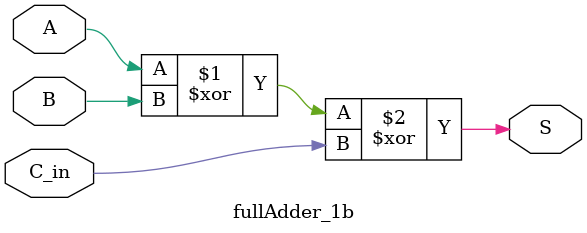
<source format=v>
/*
    CS/ECE 552 Spring '19
    Homework #3, Problem 2
    
    a 1-bit full adder
*/
module fullAdder_1b(A, B, C_in, S);//, P_out, G_out);
    input  A, B; // inputs
    input  C_in;
    output S; // sum

    assign S = A ^ B ^ C_in;


endmodule

</source>
